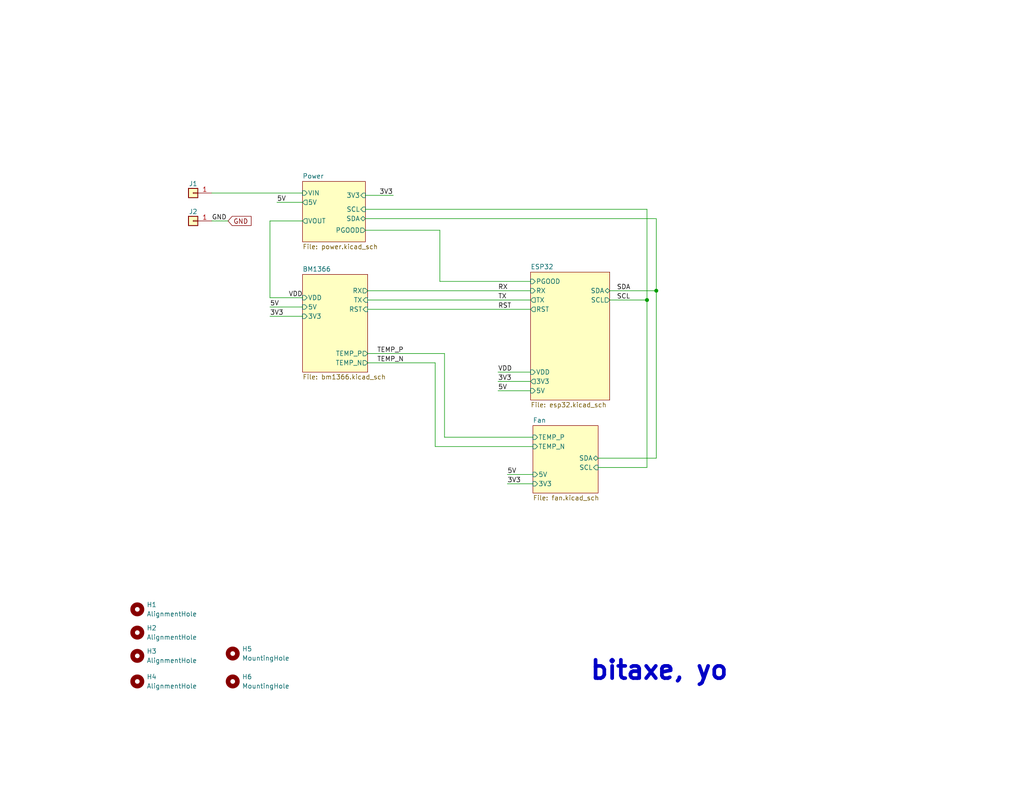
<source format=kicad_sch>
(kicad_sch (version 20230121) (generator eeschema)
  (paper "A")
  (title_block (title "le bitaxeUltra") (date "2023-07-10") (rev "0"))
  (lib_symbols
    (symbol "Connector_Generic:Conn_01x01" (pin_names (offset 1.016) hide)
      (property "Reference" "J" (at 0 2.54 0))
      (property "Value" "Conn_01x01" (at 0 -2.54 0))
      (symbol "Conn_01x01_1_1"
        (rectangle (start -1.27 0.127) (end 0 -0.127) (stroke (width 0.1524)))
        (rectangle (start -1.27 1.27) (end 1.27 -1.27) (stroke (width 0.254)) (fill (type background)))
        (pin passive line (at -5.08 0 0) (length 3.81) (name "Pin_1") (number "1"))
      )
    )
    (symbol "Mechanical:MountingHole" (pin_names (offset 1.016))
      (property "Reference" "H" (at 0 5.08 0))
      (property "Value" "MountingHole" (at 0 3.175 0))
      (symbol "MountingHole_0_1"
        (circle (center 0 0) (radius 1.27) (stroke (width 1.27)))
      )
    )
  )
  (junction (at 179.07 79.375))
  (junction (at 176.53 81.915))
  (wire (pts (xy 135.89 101.6) (xy 144.78 101.6)))
  (wire (pts (xy 100.33 96.52) (xy 121.285 96.52)))
  (wire (pts (xy 99.695 57.15) (xy 176.53 57.15)))
  (wire (pts (xy 163.195 125.095) (xy 179.07 125.095)))
  (wire (pts (xy 166.37 81.915) (xy 176.53 81.915)))
  (wire (pts (xy 75.565 55.245) (xy 82.55 55.245)))
  (wire (pts (xy 100.33 81.915) (xy 144.78 81.915)))
  (wire (pts (xy 144.78 76.835) (xy 120.015 76.835)))
  (wire (pts (xy 57.785 60.325) (xy 62.23 60.325)))
  (wire (pts (xy 118.745 99.06) (xy 118.745 121.92)))
  (wire (pts (xy 138.43 132.08) (xy 145.415 132.08)))
  (wire (pts (xy 120.015 76.835) (xy 120.015 62.865)))
  (wire (pts (xy 179.07 59.69) (xy 179.07 79.375)))
  (wire (pts (xy 121.285 96.52) (xy 121.285 119.38)))
  (wire (pts (xy 99.695 59.69) (xy 179.07 59.69)))
  (wire (pts (xy 145.415 121.92) (xy 118.745 121.92)))
  (wire (pts (xy 57.785 52.705) (xy 82.55 52.705)))
  (wire (pts (xy 176.53 81.915) (xy 176.53 127.635)))
  (wire (pts (xy 176.53 57.15) (xy 176.53 81.915)))
  (wire (pts (xy 166.37 79.375) (xy 179.07 79.375)))
  (wire (pts (xy 100.33 99.06) (xy 118.745 99.06)))
  (wire (pts (xy 145.415 119.38) (xy 121.285 119.38)))
  (wire (pts (xy 73.66 86.36) (xy 82.55 86.36)))
  (wire (pts (xy 135.89 104.14) (xy 144.78 104.14)))
  (wire (pts (xy 100.33 79.375) (xy 144.78 79.375)))
  (wire (pts (xy 163.195 127.635) (xy 176.53 127.635)))
  (wire (pts (xy 73.66 81.28) (xy 73.66 60.325)))
  (wire (pts (xy 73.66 83.82) (xy 82.55 83.82)))
  (wire (pts (xy 179.07 125.095) (xy 179.07 79.375)))
  (wire (pts (xy 120.015 62.865) (xy 99.695 62.865)))
  (wire (pts (xy 138.43 129.54) (xy 145.415 129.54)))
  (wire (pts (xy 82.55 81.28) (xy 73.66 81.28)))
  (wire (pts (xy 73.66 60.325) (xy 82.55 60.325)))
  (wire (pts (xy 100.33 84.455) (xy 144.78 84.455)))
  (wire (pts (xy 135.89 106.68) (xy 144.78 106.68)))
  (wire (pts (xy 99.695 53.34) (xy 107.315 53.34)))
  (text "bitaxe, yo" (at 160.655 186.055 0) (effects (font (size 5 5) (thickness 1) bold) (justify left bottom)))
  (label "VDD" (at 135.89 101.6 0))
  (label "TEMP_N" (at 102.87 99.06 0))
  (label "3V3" (at 73.66 86.36 0))
  (label "RST" (at 135.89 84.455 0))
  (label "VDD" (at 78.74 81.28 0))
  (label "5V" (at 75.565 55.245 0))
  (label "5V" (at 138.43 129.54 0))
  (label "SDA" (at 168.275 79.375 0))
  (label "RX" (at 135.89 79.375 0))
  (label "3V3" (at 103.505 53.34 0))
  (label "3V3" (at 135.89 104.14 0))
  (label "SCL" (at 168.275 81.915 0))
  (label "5V" (at 135.89 106.68 0))
  (label "3V3" (at 138.43 132.08 0))
  (label "5V" (at 73.66 83.82 0))
  (label "GND" (at 57.785 60.325 0))
  (label "TEMP_P" (at 102.87 96.52 0))
  (label "TX" (at 135.89 81.915 0))
  (global_label "GND" (shape input) (at 62.23 60.325 0) (property "Intersheetrefs" "${INTERSHEET_REFS}" (effects hide)))
  (symbol (lib_id "Connector_Generic:Conn_01x01") (at 52.705 52.705 180) (unit 1)
    (property "Reference" "J1" (at 52.705 50.165 0))
    (property "Value" "Conn_01x01" (effects hide))
    (property "Footprint" "TPS40305_supply:63862-1" (effects hide))
    (property "Datasheet" "https://www.te.com/commerce/DocumentDelivery/DDEController?Action=srchrtrv&DocNm=63862&DocType=Customer+Drawing&DocLang=English" (effects hide))
    (property "DK" "A100886CT-ND" (effects hide))
    (property "PARTNO" "63862-1" (effects hide))
  )
  (symbol (lib_id "Mechanical:MountingHole") (at 37.465 179.07 0) (unit 1) (in_bom no)
    (property "Reference" "H3" (at 40.005 177.7999 0) (effects (justify left)))
    (property "Value" "AlignmentHole" (at 40.005 180.3399 0) (effects (justify left)))
    (property "Footprint" "MountingHole:MountingHole_2.2mm_M2" (effects hide))
    (property "PARTNO" "https://www.amazon.com/dp/B07MDFS1YS" (effects hide))
  )
  (symbol (lib_id "Mechanical:MountingHole") (at 37.465 172.72 0) (unit 1) (in_bom no)
    (property "Reference" "H2" (at 40.005 171.4499 0) (effects (justify left)))
    (property "Value" "AlignmentHole" (at 40.005 173.9899 0) (effects (justify left)))
    (property "Footprint" "MountingHole:MountingHole_2.2mm_M2" (effects hide))
    (property "PARTNO" "https://www.amazon.com/dp/B07MDFS1YS" (effects hide))
  )
  (symbol (lib_id "Connector_Generic:Conn_01x01") (at 52.705 60.325 180) (unit 1)
    (property "Reference" "J2" (at 52.705 57.785 0))
    (property "Value" "Conn_01x01" (effects hide))
    (property "Footprint" "TPS40305_supply:63862-1" (effects hide))
    (property "Datasheet" "https://www.te.com/commerce/DocumentDelivery/DDEController?Action=srchrtrv&DocNm=63862&DocType=Customer+Drawing&DocLang=English" (effects hide))
    (property "DK" "A100886CT-ND" (effects hide))
    (property "PARTNO" "63862-1" (effects hide))
  )
  (symbol (lib_id "Mechanical:MountingHole") (at 37.465 166.37 0) (unit 1) (in_bom no)
    (property "Reference" "H1" (at 40.005 165.0999 0) (effects (justify left)))
    (property "Value" "AlignmentHole" (at 40.005 167.6399 0) (effects (justify left)))
    (property "Footprint" "MountingHole:MountingHole_2.2mm_M2" (effects hide))
    (property "PARTNO" "https://www.amazon.com/dp/B07MDFS1YS" (effects hide))
  )
  (symbol (lib_id "Mechanical:MountingHole") (at 63.5 186.055 0) (unit 1) (in_bom no)
    (property "Reference" "H6" (at 66.04 184.7849 0) (effects (justify left)))
    (property "Value" "MountingHole" (at 66.04 187.3249 0) (effects (justify left)))
    (property "Footprint" "MountingHole:MountingHole_3.5mm" (effects hide))
  )
  (symbol (lib_id "Mechanical:MountingHole") (at 63.5 178.435 0) (unit 1) (in_bom no)
    (property "Reference" "H5" (at 66.04 177.1649 0) (effects (justify left)))
    (property "Value" "MountingHole" (at 66.04 179.7049 0) (effects (justify left)))
    (property "Footprint" "MountingHole:MountingHole_3.5mm" (effects hide))
  )
  (symbol (lib_id "Mechanical:MountingHole") (at 37.465 186.055 0) (unit 1) (in_bom no)
    (property "Reference" "H4" (at 40.005 184.7849 0) (effects (justify left)))
    (property "Value" "AlignmentHole" (at 40.005 187.3249 0) (effects (justify left)))
    (property "Footprint" "MountingHole:MountingHole_2.2mm_M2" (effects hide))
    (property "PARTNO" "https://www.amazon.com/dp/B07MDFS1YS" (effects hide))
  )
  (sheet (at 82.55 74.93) (size 17.78 26.67) (stroke (width 0.1524)) (fill (color 255 255 194 1.0000))
    (property "Sheetname" "BM1366" (at 82.55 74.2184 0) (effects (justify left bottom)))
    (property "Sheetfile" "bm1366.kicad_sch" (at 82.55 102.1846 0) (effects (justify left top)))
    (pin "TX" input (at 100.33 81.915 0))
    (pin "RX" output (at 100.33 79.375 0))
    (pin "RST" input (at 100.33 84.455 0))
    (pin "3V3" input (at 82.55 86.36 180))
    (pin "5V" input (at 82.55 83.82 180))
    (pin "TEMP_P" output (at 100.33 96.52 0))
    (pin "TEMP_N" output (at 100.33 99.06 0))
    (pin "VDD" input (at 82.55 81.28 180))
  )
  (sheet (at 145.415 116.205) (size 17.78 18.415) (stroke (width 0.1524)) (fill (color 255 255 194 1.0000))
    (property "Sheetname" "Fan" (at 145.415 115.4934 0) (effects (justify left bottom)))
    (property "Sheetfile" "fan.kicad_sch" (at 145.415 135.2046 0) (effects (justify left top)))
    (pin "TEMP_N" input (at 145.415 121.92 180))
    (pin "TEMP_P" input (at 145.415 119.38 180))
    (pin "SDA" bidirectional (at 163.195 125.095 0))
    (pin "SCL" input (at 163.195 127.635 0))
    (pin "5V" input (at 145.415 129.54 180))
    (pin "3V3" input (at 145.415 132.08 180))
  )
  (sheet (at 82.55 49.53) (size 17.145 16.51) (stroke (width 0.1524)) (fill (color 255 255 194 1.0000))
    (property "Sheetname" "Power" (at 82.55 48.8184 0) (effects (justify left bottom)))
    (property "Sheetfile" "power.kicad_sch" (at 82.55 66.6246 0) (effects (justify left top)))
    (pin "VOUT" output (at 82.55 60.325 180))
    (pin "VIN" input (at 82.55 52.705 180))
    (pin "SCL" input (at 99.695 57.15 0))
    (pin "SDA" bidirectional (at 99.695 59.69 0))
    (pin "5V" output (at 82.55 55.245 180))
    (pin "3V3" input (at 99.695 53.34 0))
    (pin "PGOOD" output (at 99.695 62.865 0))
  )
  (sheet (at 144.78 74.295) (size 21.59 34.925) (stroke (width 0.1524)) (fill (color 255 255 194 1.0000))
    (property "Sheetname" "ESP32" (at 144.78 73.5834 0) (effects (justify left bottom)))
    (property "Sheetfile" "esp32.kicad_sch" (at 144.78 109.8046 0) (effects (justify left top)))
    (pin "SDA" bidirectional (at 166.37 79.375 0))
    (pin "SCL" output (at 166.37 81.915 0))
    (pin "RX" input (at 144.78 79.375 180))
    (pin "TX" output (at 144.78 81.915 180))
    (pin "RST" output (at 144.78 84.455 180))
    (pin "5V" input (at 144.78 106.68 180))
    (pin "3V3" output (at 144.78 104.14 180))
    (pin "PGOOD" input (at 144.78 76.835 180))
    (pin "VDD" input (at 144.78 101.6 180))
  )
)
</source>
